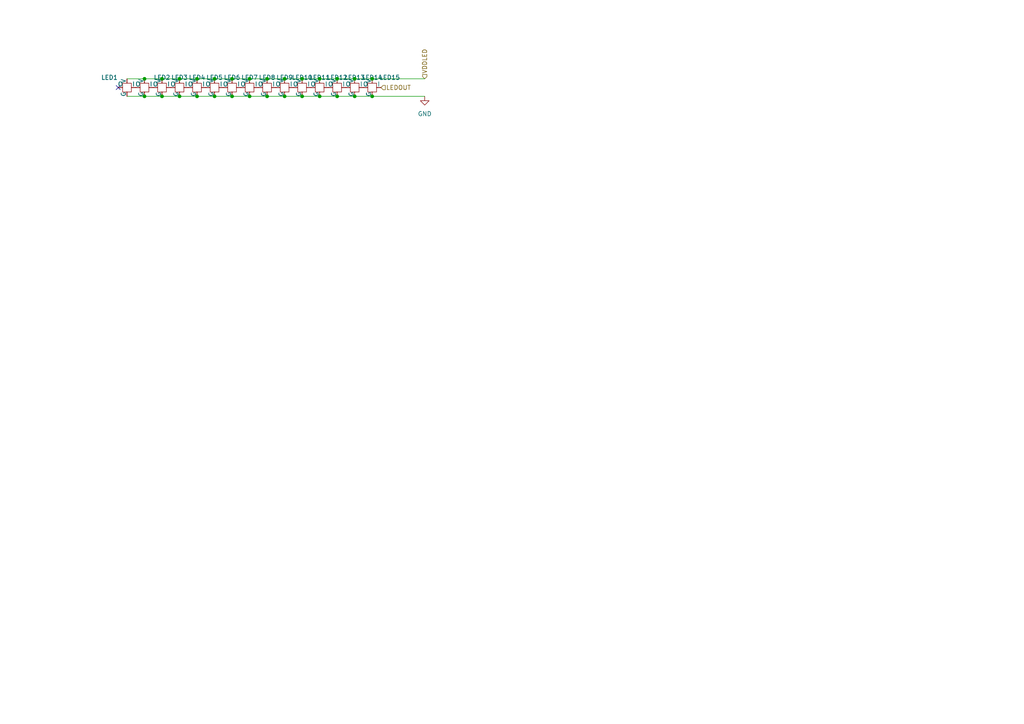
<source format=kicad_sch>
(kicad_sch (version 20230121) (generator eeschema)
  (paper "A4")
  (lib_symbols
    (symbol "kbd:YS-SK6812MINI-E-Small" (pin_numbers hide) (pin_names (offset 0))
      (property "Reference" "LED" (at 0 -5.08 0))
      (symbol "YS-SK6812MINI-E-Small_0_1"
        (rectangle (start 1.27 -1.27) (end -1.27 1.27))
      )
      (symbol "YS-SK6812MINI-E-Small_1_1"
        (pin power_in line (at 0 -2.54 90) (length 1.27) (name "V") (number "1"))
        (pin output line (at 2.54 0 180) (length 1.27) (name "O") (number "2"))
        (pin power_in line (at 0 2.54 270) (length 1.27) (name "G") (number "3"))
        (pin input line (at -2.54 0 0) (length 1.27) (name "I") (number "4"))
      )
    )
    (symbol "power:GND" (power) (pin_names (offset 0))
      (property "Value" "GND" (at 0 -3.81 0))
      (symbol "GND_0_1"
        (polyline (pts (xy 0 0) (xy 0 -1.27) (xy 1.27 -1.27) (xy 0 -2.54) (xy -1.27 -1.27) (xy 0 -1.27)))
      )
      (symbol "GND_1_1"
        (pin power_in line (at 0 0 270) (length 0) hide (name "GND") (number "1"))
      )
    )
  )
  (junction (at 97.79 27.94))
  (junction (at 97.79 22.86))
  (junction (at 46.99 27.94))
  (junction (at 77.47 22.86))
  (junction (at 72.39 22.86))
  (junction (at 77.47 27.94))
  (junction (at 57.15 27.94))
  (junction (at 87.63 22.86))
  (junction (at 67.31 22.86))
  (junction (at 62.23 22.86))
  (junction (at 41.91 27.94))
  (junction (at 107.95 22.86))
  (junction (at 92.71 27.94))
  (junction (at 46.99 22.86))
  (junction (at 67.31 27.94))
  (junction (at 57.15 22.86))
  (junction (at 62.23 27.94))
  (junction (at 107.95 27.94))
  (junction (at 102.87 22.86))
  (junction (at 92.71 22.86))
  (junction (at 82.55 27.94))
  (junction (at 41.91 22.86))
  (junction (at 52.07 22.86))
  (junction (at 72.39 27.94))
  (junction (at 82.55 22.86))
  (junction (at 102.87 27.94))
  (junction (at 52.07 27.94))
  (junction (at 87.63 27.94))
  (no_connect (at 34.29 25.4))
  (wire (pts (xy 52.07 22.86) (xy 46.99 22.86)))
  (wire (pts (xy 72.39 22.86) (xy 67.31 22.86)))
  (wire (pts (xy 107.95 22.86) (xy 102.87 22.86)))
  (wire (pts (xy 92.71 22.86) (xy 87.63 22.86)))
  (wire (pts (xy 46.99 22.86) (xy 41.91 22.86)))
  (wire (pts (xy 107.95 27.94) (xy 102.87 27.94)))
  (wire (pts (xy 77.47 27.94) (xy 72.39 27.94)))
  (wire (pts (xy 102.87 22.86) (xy 97.79 22.86)))
  (wire (pts (xy 57.15 27.94) (xy 52.07 27.94)))
  (wire (pts (xy 67.31 27.94) (xy 62.23 27.94)))
  (wire (pts (xy 97.79 22.86) (xy 92.71 22.86)))
  (wire (pts (xy 87.63 27.94) (xy 82.55 27.94)))
  (wire (pts (xy 107.95 22.86) (xy 123.19 22.86)))
  (wire (pts (xy 97.79 27.94) (xy 92.71 27.94)))
  (wire (pts (xy 67.31 22.86) (xy 62.23 22.86)))
  (wire (pts (xy 62.23 22.86) (xy 57.15 22.86)))
  (wire (pts (xy 62.23 27.94) (xy 57.15 27.94)))
  (wire (pts (xy 102.87 27.94) (xy 97.79 27.94)))
  (wire (pts (xy 41.91 22.86) (xy 36.83 22.86)))
  (wire (pts (xy 77.47 22.86) (xy 72.39 22.86)))
  (wire (pts (xy 52.07 27.94) (xy 46.99 27.94)))
  (wire (pts (xy 87.63 22.86) (xy 82.55 22.86)))
  (wire (pts (xy 72.39 27.94) (xy 67.31 27.94)))
  (wire (pts (xy 57.15 22.86) (xy 52.07 22.86)))
  (wire (pts (xy 82.55 22.86) (xy 77.47 22.86)))
  (wire (pts (xy 41.91 27.94) (xy 36.83 27.94)))
  (wire (pts (xy 82.55 27.94) (xy 77.47 27.94)))
  (wire (pts (xy 107.95 27.94) (xy 123.19 27.94)))
  (wire (pts (xy 46.99 27.94) (xy 41.91 27.94)))
  (wire (pts (xy 92.71 27.94) (xy 87.63 27.94)))
  (hierarchical_label "VDDLED" (shape input) (at 123.19 22.86 90))
  (hierarchical_label "LEDOUT" (shape input) (at 110.49 25.4 0))
  (symbol (lib_id "kbd:YS-SK6812MINI-E-Small") (at 97.79 25.4 180) (unit 1)
    (property "Reference" "LED13" (at 102.87 22.4788 0))
    (property "Value" "YS-SK6812MINI-E-Small" (effects hide))
    (property "Footprint" "kbd:YS-SK6812MINI-E_rev" (effects hide))
  )
  (symbol (lib_id "kbd:YS-SK6812MINI-E-Small") (at 62.23 25.4 180) (unit 1)
    (property "Reference" "LED6" (at 67.31 22.4788 0))
    (property "Value" "YS-SK6812MINI-E-Small" (effects hide))
    (property "Footprint" "kbd:YS-SK6812MINI-E_rev" (effects hide))
  )
  (symbol (lib_id "kbd:YS-SK6812MINI-E-Small") (at 57.15 25.4 180) (unit 1)
    (property "Reference" "LED5" (at 62.23 22.4788 0))
    (property "Value" "YS-SK6812MINI-E-Small" (effects hide))
    (property "Footprint" "kbd:YS-SK6812MINI-E_rev" (effects hide))
  )
  (symbol (lib_id "kbd:YS-SK6812MINI-E-Small") (at 36.83 25.4 180) (unit 1)
    (property "Reference" "LED1" (at 31.75 22.4788 0))
    (property "Value" "YS-SK6812MINI-E-Small" (effects hide))
    (property "Footprint" "kbd:YS-SK6812MINI-E_rev" (effects hide))
  )
  (symbol (lib_id "kbd:YS-SK6812MINI-E-Small") (at 92.71 25.4 180) (unit 1)
    (property "Reference" "LED12" (at 97.79 22.4788 0))
    (property "Value" "YS-SK6812MINI-E-Small" (effects hide))
    (property "Footprint" "kbd:YS-SK6812MINI-E_rev" (effects hide))
  )
  (symbol (lib_id "kbd:YS-SK6812MINI-E-Small") (at 107.95 25.4 180) (unit 1)
    (property "Reference" "LED15" (at 113.03 22.4788 0))
    (property "Value" "YS-SK6812MINI-E-Small" (effects hide))
    (property "Footprint" "kbd:YS-SK6812MINI-E_rev" (effects hide))
  )
  (symbol (lib_id "kbd:YS-SK6812MINI-E-Small") (at 77.47 25.4 180) (unit 1)
    (property "Reference" "LED9" (at 82.55 22.4788 0))
    (property "Value" "YS-SK6812MINI-E-Small" (effects hide))
    (property "Footprint" "kbd:YS-SK6812MINI-E_rev" (effects hide))
  )
  (symbol (lib_id "kbd:YS-SK6812MINI-E-Small") (at 72.39 25.4 180) (unit 1)
    (property "Reference" "LED8" (at 77.47 22.4788 0))
    (property "Value" "YS-SK6812MINI-E-Small" (effects hide))
    (property "Footprint" "kbd:YS-SK6812MINI-E_rev" (effects hide))
  )
  (symbol (lib_id "power:GND") (at 123.19 27.94 0) (unit 1)
    (property "Reference" "#PWR012" (effects hide))
    (property "Value" "GND" (at 123.19 33.02 0))
  )
  (symbol (lib_id "kbd:YS-SK6812MINI-E-Small") (at 87.63 25.4 180) (unit 1)
    (property "Reference" "LED11" (at 92.71 22.4788 0))
    (property "Value" "YS-SK6812MINI-E-Small" (effects hide))
    (property "Footprint" "kbd:YS-SK6812MINI-E_rev" (effects hide))
  )
  (symbol (lib_id "kbd:YS-SK6812MINI-E-Small") (at 52.07 25.4 180) (unit 1)
    (property "Reference" "LED4" (at 57.15 22.4788 0))
    (property "Value" "YS-SK6812MINI-E-Small" (effects hide))
    (property "Footprint" "kbd:YS-SK6812MINI-E_rev" (effects hide))
  )
  (symbol (lib_id "kbd:YS-SK6812MINI-E-Small") (at 102.87 25.4 180) (unit 1)
    (property "Reference" "LED14" (at 107.95 22.4788 0))
    (property "Value" "YS-SK6812MINI-E-Small" (effects hide))
    (property "Footprint" "kbd:YS-SK6812MINI-E_rev" (effects hide))
  )
  (symbol (lib_id "kbd:YS-SK6812MINI-E-Small") (at 41.91 25.4 180) (unit 1)
    (property "Reference" "LED2" (at 46.99 22.4788 0))
    (property "Value" "YS-SK6812MINI-E-Small" (effects hide))
    (property "Footprint" "kbd:YS-SK6812MINI-E_rev" (effects hide))
  )
  (symbol (lib_id "kbd:YS-SK6812MINI-E-Small") (at 82.55 25.4 180) (unit 1)
    (property "Reference" "LED10" (at 87.63 22.4788 0))
    (property "Value" "YS-SK6812MINI-E-Small" (effects hide))
    (property "Footprint" "kbd:YS-SK6812MINI-E_rev" (effects hide))
  )
  (symbol (lib_id "kbd:YS-SK6812MINI-E-Small") (at 46.99 25.4 180) (unit 1)
    (property "Reference" "LED3" (at 52.07 22.4788 0))
    (property "Value" "YS-SK6812MINI-E-Small" (effects hide))
    (property "Footprint" "kbd:YS-SK6812MINI-E_rev" (effects hide))
  )
  (symbol (lib_id "kbd:YS-SK6812MINI-E-Small") (at 67.31 25.4 180) (unit 1)
    (property "Reference" "LED7" (at 72.39 22.4788 0))
    (property "Value" "YS-SK6812MINI-E-Small" (effects hide))
    (property "Footprint" "kbd:YS-SK6812MINI-E_rev" (effects hide))
  )
)
</source>
